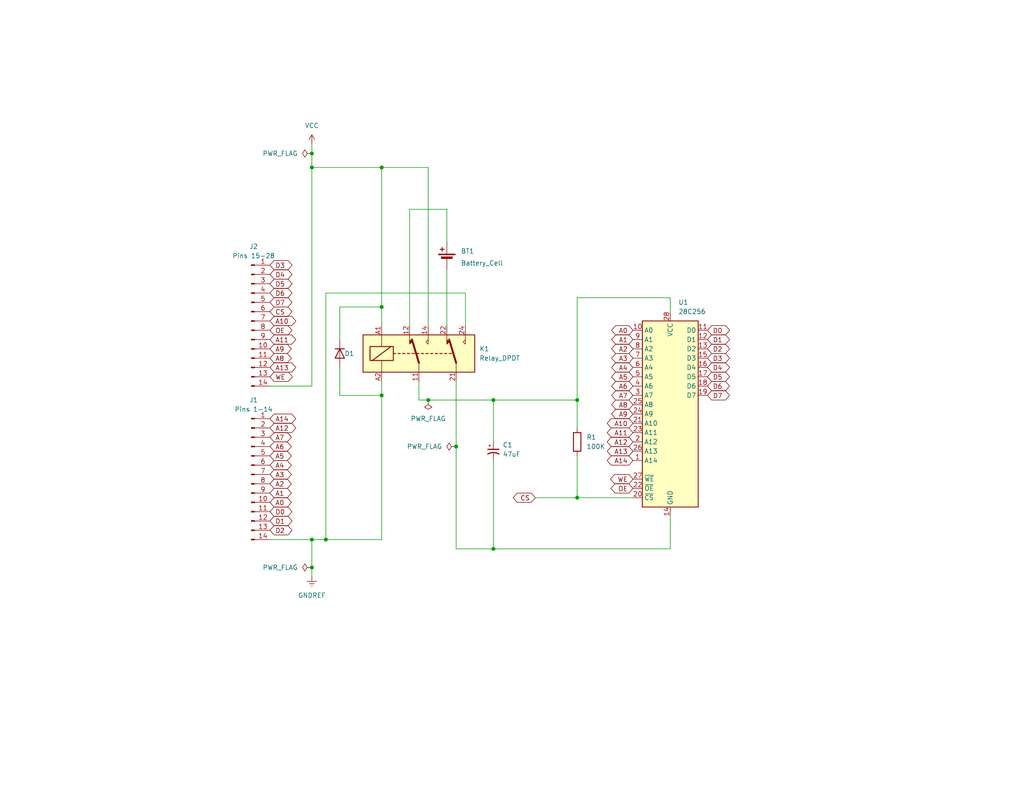
<source format=kicad_sch>
(kicad_sch (version 20230121) (generator eeschema)
  (paper "A")
  (lib_symbols
    (symbol "Connector:Conn_01x14_Pin" (pin_names (offset 1.016) hide)
      (property "Reference" "J" (at 0 17.78 0))
      (property "Value" "Conn_01x14_Pin" (at 0 -20.32 0))
      (symbol "Conn_01x14_Pin_1_1"
        (polyline (pts (xy 1.27 -17.78) (xy 0.8636 -17.78)) (stroke (width 0.1524)))
        (polyline (pts (xy 1.27 -15.24) (xy 0.8636 -15.24)) (stroke (width 0.1524)))
        (polyline (pts (xy 1.27 -12.7) (xy 0.8636 -12.7)) (stroke (width 0.1524)))
        (polyline (pts (xy 1.27 -10.16) (xy 0.8636 -10.16)) (stroke (width 0.1524)))
        (polyline (pts (xy 1.27 -7.62) (xy 0.8636 -7.62)) (stroke (width 0.1524)))
        (polyline (pts (xy 1.27 -5.08) (xy 0.8636 -5.08)) (stroke (width 0.1524)))
        (polyline (pts (xy 1.27 -2.54) (xy 0.8636 -2.54)) (stroke (width 0.1524)))
        (polyline (pts (xy 1.27 0) (xy 0.8636 0)) (stroke (width 0.1524)))
        (polyline (pts (xy 1.27 2.54) (xy 0.8636 2.54)) (stroke (width 0.1524)))
        (polyline (pts (xy 1.27 5.08) (xy 0.8636 5.08)) (stroke (width 0.1524)))
        (polyline (pts (xy 1.27 7.62) (xy 0.8636 7.62)) (stroke (width 0.1524)))
        (polyline (pts (xy 1.27 10.16) (xy 0.8636 10.16)) (stroke (width 0.1524)))
        (polyline (pts (xy 1.27 12.7) (xy 0.8636 12.7)) (stroke (width 0.1524)))
        (polyline (pts (xy 1.27 15.24) (xy 0.8636 15.24)) (stroke (width 0.1524)))
        (rectangle (start 0.8636 -17.653) (end 0 -17.907) (stroke (width 0.1524)) (fill (type outline)))
        (rectangle (start 0.8636 -15.113) (end 0 -15.367) (stroke (width 0.1524)) (fill (type outline)))
        (rectangle (start 0.8636 -12.573) (end 0 -12.827) (stroke (width 0.1524)) (fill (type outline)))
        (rectangle (start 0.8636 -10.033) (end 0 -10.287) (stroke (width 0.1524)) (fill (type outline)))
        (rectangle (start 0.8636 -7.493) (end 0 -7.747) (stroke (width 0.1524)) (fill (type outline)))
        (rectangle (start 0.8636 -4.953) (end 0 -5.207) (stroke (width 0.1524)) (fill (type outline)))
        (rectangle (start 0.8636 -2.413) (end 0 -2.667) (stroke (width 0.1524)) (fill (type outline)))
        (rectangle (start 0.8636 0.127) (end 0 -0.127) (stroke (width 0.1524)) (fill (type outline)))
        (rectangle (start 0.8636 2.667) (end 0 2.413) (stroke (width 0.1524)) (fill (type outline)))
        (rectangle (start 0.8636 5.207) (end 0 4.953) (stroke (width 0.1524)) (fill (type outline)))
        (rectangle (start 0.8636 7.747) (end 0 7.493) (stroke (width 0.1524)) (fill (type outline)))
        (rectangle (start 0.8636 10.287) (end 0 10.033) (stroke (width 0.1524)) (fill (type outline)))
        (rectangle (start 0.8636 12.827) (end 0 12.573) (stroke (width 0.1524)) (fill (type outline)))
        (rectangle (start 0.8636 15.367) (end 0 15.113) (stroke (width 0.1524)) (fill (type outline)))
        (pin passive line (at 5.08 15.24 180) (length 3.81) (name "Pin_1") (number "1"))
        (pin passive line (at 5.08 -7.62 180) (length 3.81) (name "Pin_10") (number "10"))
        (pin passive line (at 5.08 -10.16 180) (length 3.81) (name "Pin_11") (number "11"))
        (pin passive line (at 5.08 -12.7 180) (length 3.81) (name "Pin_12") (number "12"))
        (pin passive line (at 5.08 -15.24 180) (length 3.81) (name "Pin_13") (number "13"))
        (pin passive line (at 5.08 -17.78 180) (length 3.81) (name "Pin_14") (number "14"))
        (pin passive line (at 5.08 12.7 180) (length 3.81) (name "Pin_2") (number "2"))
        (pin passive line (at 5.08 10.16 180) (length 3.81) (name "Pin_3") (number "3"))
        (pin passive line (at 5.08 7.62 180) (length 3.81) (name "Pin_4") (number "4"))
        (pin passive line (at 5.08 5.08 180) (length 3.81) (name "Pin_5") (number "5"))
        (pin passive line (at 5.08 2.54 180) (length 3.81) (name "Pin_6") (number "6"))
        (pin passive line (at 5.08 0 180) (length 3.81) (name "Pin_7") (number "7"))
        (pin passive line (at 5.08 -2.54 180) (length 3.81) (name "Pin_8") (number "8"))
        (pin passive line (at 5.08 -5.08 180) (length 3.81) (name "Pin_9") (number "9"))
      )
    )
    (symbol "Device:Battery_Cell" (pin_numbers hide) (pin_names (offset 0) hide)
      (property "Reference" "BT" (at 2.54 2.54 0))
      (property "Value" "Battery_Cell" (at 2.54 0 0))
      (symbol "Battery_Cell_0_1"
        (rectangle (start -2.286 1.778) (end 2.286 1.524) (fill (type outline)))
        (rectangle (start -1.524 1.016) (end 1.524 0.508) (fill (type outline)))
        (polyline (pts (xy 0 0.762) (xy 0 0)))
        (polyline (pts (xy 0 1.778) (xy 0 2.54)))
        (polyline (pts (xy 0.762 3.048) (xy 1.778 3.048)) (stroke (width 0.254)))
        (polyline (pts (xy 1.27 3.556) (xy 1.27 2.54)) (stroke (width 0.254)))
      )
      (symbol "Battery_Cell_1_1"
        (pin passive line (at 0 5.08 270) (length 2.54) (name "+") (number "1"))
        (pin passive line (at 0 -2.54 90) (length 2.54) (name "-") (number "2"))
      )
    )
    (symbol "Device:C_Polarized_Small_US" (pin_numbers hide) (pin_names (offset 0.254) hide)
      (property "Reference" "C" (at 0.254 1.778 0))
      (property "Value" "C_Polarized_Small_US" (at 0.254 -2.032 0))
      (symbol "C_Polarized_Small_US_0_1"
        (polyline (pts (xy -1.524 0.508) (xy 1.524 0.508)) (stroke (width 0.3048)))
        (polyline (pts (xy -1.27 1.524) (xy -0.762 1.524)))
        (polyline (pts (xy -1.016 1.27) (xy -1.016 1.778)))
        (arc (start 1.524 -0.762) (mid 0 -0.3734) (end -1.524 -0.762) (stroke (width 0.3048)))
      )
      (symbol "C_Polarized_Small_US_1_1"
        (pin passive line (at 0 2.54 270) (length 2.032) (name "~") (number "1"))
        (pin passive line (at 0 -2.54 90) (length 2.032) (name "~") (number "2"))
      )
    )
    (symbol "Device:D" (pin_numbers hide) (pin_names (offset 1.016) hide)
      (property "Reference" "D" (at 0 2.54 0))
      (property "Value" "D" (at 0 -2.54 0))
      (symbol "D_0_1"
        (polyline (pts (xy -1.27 1.27) (xy -1.27 -1.27)) (stroke (width 0.254)))
        (polyline (pts (xy 1.27 0) (xy -1.27 0)))
        (polyline (pts (xy 1.27 1.27) (xy 1.27 -1.27) (xy -1.27 0) (xy 1.27 1.27)) (stroke (width 0.254)))
      )
      (symbol "D_1_1"
        (pin passive line (at -3.81 0 0) (length 2.54) (name "K") (number "1"))
        (pin passive line (at 3.81 0 180) (length 2.54) (name "A") (number "2"))
      )
    )
    (symbol "Device:R" (pin_numbers hide) (pin_names (offset 0))
      (property "Reference" "R" (at 2.032 0 90))
      (property "Value" "R" (at 0 0 90))
      (symbol "R_0_1"
        (rectangle (start -1.016 -2.54) (end 1.016 2.54) (stroke (width 0.254)))
      )
      (symbol "R_1_1"
        (pin passive line (at 0 3.81 270) (length 1.27) (name "~") (number "1"))
        (pin passive line (at 0 -3.81 90) (length 1.27) (name "~") (number "2"))
      )
    )
    (symbol "Memory_EEPROM:28C256"
      (property "Reference" "U" (at -7.62 26.67 0))
      (property "Value" "28C256" (at 2.54 -26.67 0))
      (symbol "28C256_1_1"
        (rectangle (start -7.62 25.4) (end 7.62 -25.4) (stroke (width 0.254)) (fill (type background)))
        (pin input line (at -10.16 -12.7 0) (length 2.54) (name "A14") (number "1"))
        (pin input line (at -10.16 22.86 0) (length 2.54) (name "A0") (number "10"))
        (pin tri_state line (at 10.16 22.86 180) (length 2.54) (name "D0") (number "11"))
        (pin tri_state line (at 10.16 20.32 180) (length 2.54) (name "D1") (number "12"))
        (pin tri_state line (at 10.16 17.78 180) (length 2.54) (name "D2") (number "13"))
        (pin power_in line (at 0 -27.94 90) (length 2.54) (name "GND") (number "14"))
        (pin tri_state line (at 10.16 15.24 180) (length 2.54) (name "D3") (number "15"))
        (pin tri_state line (at 10.16 12.7 180) (length 2.54) (name "D4") (number "16"))
        (pin tri_state line (at 10.16 10.16 180) (length 2.54) (name "D5") (number "17"))
        (pin tri_state line (at 10.16 7.62 180) (length 2.54) (name "D6") (number "18"))
        (pin tri_state line (at 10.16 5.08 180) (length 2.54) (name "D7") (number "19"))
        (pin input line (at -10.16 -7.62 0) (length 2.54) (name "A12") (number "2"))
        (pin input line (at -10.16 -22.86 0) (length 2.54) (name "~{CS}") (number "20"))
        (pin input line (at -10.16 -2.54 0) (length 2.54) (name "A10") (number "21"))
        (pin input line (at -10.16 -20.32 0) (length 2.54) (name "~{OE}") (number "22"))
        (pin input line (at -10.16 -5.08 0) (length 2.54) (name "A11") (number "23"))
        (pin input line (at -10.16 0 0) (length 2.54) (name "A9") (number "24"))
        (pin input line (at -10.16 2.54 0) (length 2.54) (name "A8") (number "25"))
        (pin input line (at -10.16 -10.16 0) (length 2.54) (name "A13") (number "26"))
        (pin input line (at -10.16 -17.78 0) (length 2.54) (name "~{WE}") (number "27"))
        (pin power_in line (at 0 27.94 270) (length 2.54) (name "VCC") (number "28"))
        (pin input line (at -10.16 5.08 0) (length 2.54) (name "A7") (number "3"))
        (pin input line (at -10.16 7.62 0) (length 2.54) (name "A6") (number "4"))
        (pin input line (at -10.16 10.16 0) (length 2.54) (name "A5") (number "5"))
        (pin input line (at -10.16 12.7 0) (length 2.54) (name "A4") (number "6"))
        (pin input line (at -10.16 15.24 0) (length 2.54) (name "A3") (number "7"))
        (pin input line (at -10.16 17.78 0) (length 2.54) (name "A2") (number "8"))
        (pin input line (at -10.16 20.32 0) (length 2.54) (name "A1") (number "9"))
      )
    )
    (symbol "Relay:Relay_DPDT"
      (property "Reference" "K" (at 16.51 3.81 0))
      (property "Value" "Relay_DPDT" (at 16.51 1.27 0))
      (symbol "Relay_DPDT_0_1"
        (rectangle (start -15.24 5.08) (end 15.24 -5.08) (stroke (width 0.254)) (fill (type background)))
        (rectangle (start -13.335 1.905) (end -6.985 -1.905) (stroke (width 0.254)))
        (polyline (pts (xy -12.7 -1.905) (xy -7.62 1.905)) (stroke (width 0.254)))
        (polyline (pts (xy -10.16 -5.08) (xy -10.16 -1.905)))
        (polyline (pts (xy -10.16 5.08) (xy -10.16 1.905)))
        (polyline (pts (xy -6.985 0) (xy -6.35 0)) (stroke (width 0.254)))
        (polyline (pts (xy -5.715 0) (xy -5.08 0)) (stroke (width 0.254)))
        (polyline (pts (xy -4.445 0) (xy -3.81 0)) (stroke (width 0.254)))
        (polyline (pts (xy -3.175 0) (xy -2.54 0)) (stroke (width 0.254)))
        (polyline (pts (xy -1.905 0) (xy -1.27 0)) (stroke (width 0.254)))
        (polyline (pts (xy -0.635 0) (xy 0 0)) (stroke (width 0.254)))
        (polyline (pts (xy 0 -2.54) (xy -1.905 3.81)) (stroke (width 0.508)))
        (polyline (pts (xy 0 -2.54) (xy 0 -5.08)))
        (polyline (pts (xy 0.635 0) (xy 1.27 0)) (stroke (width 0.254)))
        (polyline (pts (xy 1.905 0) (xy 2.54 0)) (stroke (width 0.254)))
        (polyline (pts (xy 3.175 0) (xy 3.81 0)) (stroke (width 0.254)))
        (polyline (pts (xy 4.445 0) (xy 5.08 0)) (stroke (width 0.254)))
        (polyline (pts (xy 5.715 0) (xy 6.35 0)) (stroke (width 0.254)))
        (polyline (pts (xy 6.985 0) (xy 7.62 0)) (stroke (width 0.254)))
        (polyline (pts (xy 8.255 0) (xy 8.89 0)) (stroke (width 0.254)))
        (polyline (pts (xy 10.16 -2.54) (xy 8.255 3.81)) (stroke (width 0.508)))
        (polyline (pts (xy 10.16 -2.54) (xy 10.16 -5.08)))
        (polyline (pts (xy -2.54 5.08) (xy -2.54 2.54) (xy -1.905 3.175) (xy -2.54 3.81)) (fill (type outline)))
        (polyline (pts (xy 2.54 5.08) (xy 2.54 2.54) (xy 1.905 3.175) (xy 2.54 3.81)))
        (polyline (pts (xy 7.62 5.08) (xy 7.62 2.54) (xy 8.255 3.175) (xy 7.62 3.81)) (fill (type outline)))
        (polyline (pts (xy 12.7 5.08) (xy 12.7 2.54) (xy 12.065 3.175) (xy 12.7 3.81)))
      )
      (symbol "Relay_DPDT_1_1"
        (pin passive line (at 0 -7.62 90) (length 2.54) (name "~") (number "11"))
        (pin passive line (at -2.54 7.62 270) (length 2.54) (name "~") (number "12"))
        (pin passive line (at 2.54 7.62 270) (length 2.54) (name "~") (number "14"))
        (pin passive line (at 10.16 -7.62 90) (length 2.54) (name "~") (number "21"))
        (pin passive line (at 7.62 7.62 270) (length 2.54) (name "~") (number "22"))
        (pin passive line (at 12.7 7.62 270) (length 2.54) (name "~") (number "24"))
        (pin passive line (at -10.16 7.62 270) (length 2.54) (name "~") (number "A1"))
        (pin passive line (at -10.16 -7.62 90) (length 2.54) (name "~") (number "A2"))
      )
    )
    (symbol "power:GNDREF" (power) (pin_names (offset 0))
      (property "Value" "GNDREF" (at 0 -3.81 0))
      (symbol "GNDREF_0_1"
        (polyline (pts (xy -0.635 -1.905) (xy 0.635 -1.905)))
        (polyline (pts (xy -0.127 -2.54) (xy 0.127 -2.54)))
        (polyline (pts (xy 0 -1.27) (xy 0 0)))
        (polyline (pts (xy 1.27 -1.27) (xy -1.27 -1.27)))
      )
      (symbol "GNDREF_1_1"
        (pin power_in line (at 0 0 270) (length 0) hide (name "GNDREF") (number "1"))
      )
    )
    (symbol "power:PWR_FLAG" (power) (pin_numbers hide) (pin_names (offset 0) hide)
      (property "Value" "PWR_FLAG" (at 0 3.81 0))
      (symbol "PWR_FLAG_0_0"
        (pin power_out line (at 0 0 90) (length 0) (name "pwr") (number "1"))
      )
      (symbol "PWR_FLAG_0_1"
        (polyline (pts (xy 0 0) (xy 0 1.27) (xy -1.016 1.905) (xy 0 2.54) (xy 1.016 1.905) (xy 0 1.27)))
      )
    )
    (symbol "power:VCC" (power) (pin_names (offset 0))
      (property "Value" "VCC" (at 0 3.81 0))
      (symbol "VCC_0_1"
        (polyline (pts (xy -0.762 1.27) (xy 0 2.54)))
        (polyline (pts (xy 0 0) (xy 0 2.54)))
        (polyline (pts (xy 0 2.54) (xy 0.762 1.27)))
      )
      (symbol "VCC_1_1"
        (pin power_in line (at 0 0 90) (length 0) hide (name "VCC") (number "1"))
      )
    )
  )
  (junction (at 104.14 107.95))
  (junction (at 104.14 83.82))
  (junction (at 157.48 135.89))
  (junction (at 134.62 149.86))
  (junction (at 134.62 109.22))
  (junction (at 85.09 45.72))
  (junction (at 85.09 41.91))
  (junction (at 88.9 147.32))
  (junction (at 157.48 109.22))
  (junction (at 85.09 154.94))
  (junction (at 85.09 147.32))
  (junction (at 104.14 45.72))
  (junction (at 124.46 121.92))
  (junction (at 116.84 109.22))
  (wire (pts (xy 116.84 109.22) (xy 134.62 109.22)))
  (wire (pts (xy 121.92 57.15) (xy 121.92 66.04)))
  (wire (pts (xy 73.66 147.32) (xy 85.09 147.32)))
  (wire (pts (xy 114.3 104.14) (xy 114.3 109.22)))
  (wire (pts (xy 157.48 81.28) (xy 182.88 81.28)))
  (wire (pts (xy 114.3 109.22) (xy 116.84 109.22)))
  (wire (pts (xy 85.09 45.72) (xy 85.09 105.41)))
  (wire (pts (xy 157.48 124.46) (xy 157.48 135.89)))
  (wire (pts (xy 85.09 39.37) (xy 85.09 41.91)))
  (wire (pts (xy 127 88.9) (xy 127 80.01)))
  (wire (pts (xy 134.62 109.22) (xy 134.62 120.65)))
  (wire (pts (xy 104.14 147.32) (xy 88.9 147.32)))
  (wire (pts (xy 134.62 149.86) (xy 182.88 149.86)))
  (wire (pts (xy 104.14 83.82) (xy 104.14 45.72)))
  (wire (pts (xy 92.71 100.33) (xy 92.71 107.95)))
  (wire (pts (xy 92.71 83.82) (xy 104.14 83.82)))
  (wire (pts (xy 104.14 104.14) (xy 104.14 107.95)))
  (wire (pts (xy 104.14 45.72) (xy 116.84 45.72)))
  (wire (pts (xy 157.48 135.89) (xy 172.72 135.89)))
  (wire (pts (xy 121.92 57.15) (xy 111.76 57.15)))
  (wire (pts (xy 157.48 109.22) (xy 157.48 81.28)))
  (wire (pts (xy 88.9 80.01) (xy 88.9 147.32)))
  (wire (pts (xy 134.62 109.22) (xy 157.48 109.22)))
  (wire (pts (xy 85.09 154.94) (xy 85.09 157.48)))
  (wire (pts (xy 111.76 57.15) (xy 111.76 88.9)))
  (wire (pts (xy 182.88 81.28) (xy 182.88 85.09)))
  (wire (pts (xy 104.14 88.9) (xy 104.14 83.82)))
  (wire (pts (xy 104.14 107.95) (xy 104.14 147.32)))
  (wire (pts (xy 124.46 121.92) (xy 124.46 149.86)))
  (wire (pts (xy 85.09 41.91) (xy 85.09 45.72)))
  (wire (pts (xy 182.88 149.86) (xy 182.88 140.97)))
  (wire (pts (xy 116.84 88.9) (xy 116.84 45.72)))
  (wire (pts (xy 121.92 73.66) (xy 121.92 88.9)))
  (wire (pts (xy 85.09 147.32) (xy 85.09 154.94)))
  (wire (pts (xy 92.71 92.71) (xy 92.71 83.82)))
  (wire (pts (xy 92.71 107.95) (xy 104.14 107.95)))
  (wire (pts (xy 88.9 80.01) (xy 127 80.01)))
  (wire (pts (xy 157.48 116.84) (xy 157.48 109.22)))
  (wire (pts (xy 85.09 45.72) (xy 104.14 45.72)))
  (wire (pts (xy 85.09 105.41) (xy 73.66 105.41)))
  (wire (pts (xy 146.05 135.89) (xy 157.48 135.89)))
  (wire (pts (xy 124.46 149.86) (xy 134.62 149.86)))
  (wire (pts (xy 124.46 104.14) (xy 124.46 121.92)))
  (wire (pts (xy 134.62 125.73) (xy 134.62 149.86)))
  (wire (pts (xy 88.9 147.32) (xy 85.09 147.32)))
  (global_label "A3" (shape bidirectional) (at 172.72 97.79 180) (property "Intersheetrefs" "${INTERSHEET_REFS}" (effects hide)))
  (global_label "A11" (shape bidirectional) (at 172.72 118.11 180) (property "Intersheetrefs" "${INTERSHEET_REFS}" (effects hide)))
  (global_label "A14" (shape bidirectional) (at 172.72 125.73 180) (property "Intersheetrefs" "${INTERSHEET_REFS}" (effects hide)))
  (global_label "A4" (shape bidirectional) (at 73.66 127 0) (property "Intersheetrefs" "${INTERSHEET_REFS}" (effects hide)))
  (global_label "CS" (shape bidirectional) (at 146.05 135.89 180) (property "Intersheetrefs" "${INTERSHEET_REFS}" (effects hide)))
  (global_label "A10" (shape bidirectional) (at 73.66 87.63 0) (property "Intersheetrefs" "${INTERSHEET_REFS}" (effects hide)))
  (global_label "D5" (shape bidirectional) (at 73.66 77.47 0) (property "Intersheetrefs" "${INTERSHEET_REFS}" (effects hide)))
  (global_label "A2" (shape bidirectional) (at 73.66 132.08 0) (property "Intersheetrefs" "${INTERSHEET_REFS}" (effects hide)))
  (global_label "A7" (shape bidirectional) (at 172.72 107.95 180) (property "Intersheetrefs" "${INTERSHEET_REFS}" (effects hide)))
  (global_label "A7" (shape bidirectional) (at 73.66 119.38 0) (property "Intersheetrefs" "${INTERSHEET_REFS}" (effects hide)))
  (global_label "A5" (shape bidirectional) (at 73.66 124.46 0) (property "Intersheetrefs" "${INTERSHEET_REFS}" (effects hide)))
  (global_label "A9" (shape bidirectional) (at 172.72 113.03 180) (property "Intersheetrefs" "${INTERSHEET_REFS}" (effects hide)))
  (global_label "D7" (shape bidirectional) (at 73.66 82.55 0) (property "Intersheetrefs" "${INTERSHEET_REFS}" (effects hide)))
  (global_label "D0" (shape bidirectional) (at 73.66 139.7 0) (property "Intersheetrefs" "${INTERSHEET_REFS}" (effects hide)))
  (global_label "A6" (shape bidirectional) (at 73.66 121.92 0) (property "Intersheetrefs" "${INTERSHEET_REFS}" (effects hide)))
  (global_label "D1" (shape bidirectional) (at 193.04 92.71 0) (property "Intersheetrefs" "${INTERSHEET_REFS}" (effects hide)))
  (global_label "D0" (shape bidirectional) (at 193.04 90.17 0) (property "Intersheetrefs" "${INTERSHEET_REFS}" (effects hide)))
  (global_label "D2" (shape bidirectional) (at 193.04 95.25 0) (property "Intersheetrefs" "${INTERSHEET_REFS}" (effects hide)))
  (global_label "A12" (shape bidirectional) (at 73.66 116.84 0) (property "Intersheetrefs" "${INTERSHEET_REFS}" (effects hide)))
  (global_label "D4" (shape bidirectional) (at 73.66 74.93 0) (property "Intersheetrefs" "${INTERSHEET_REFS}" (effects hide)))
  (global_label "A1" (shape bidirectional) (at 172.72 92.71 180) (property "Intersheetrefs" "${INTERSHEET_REFS}" (effects hide)))
  (global_label "A3" (shape bidirectional) (at 73.66 129.54 0) (property "Intersheetrefs" "${INTERSHEET_REFS}" (effects hide)))
  (global_label "WE" (shape bidirectional) (at 172.72 130.81 180) (property "Intersheetrefs" "${INTERSHEET_REFS}" (effects hide)))
  (global_label "CS" (shape bidirectional) (at 73.66 85.09 0) (property "Intersheetrefs" "${INTERSHEET_REFS}" (effects hide)))
  (global_label "A12" (shape bidirectional) (at 172.72 120.65 180) (property "Intersheetrefs" "${INTERSHEET_REFS}" (effects hide)))
  (global_label "A6" (shape bidirectional) (at 172.72 105.41 180) (property "Intersheetrefs" "${INTERSHEET_REFS}" (effects hide)))
  (global_label "OE" (shape bidirectional) (at 172.72 133.35 180) (property "Intersheetrefs" "${INTERSHEET_REFS}" (effects hide)))
  (global_label "A0" (shape bidirectional) (at 73.66 137.16 0) (property "Intersheetrefs" "${INTERSHEET_REFS}" (effects hide)))
  (global_label "A0" (shape bidirectional) (at 172.72 90.17 180) (property "Intersheetrefs" "${INTERSHEET_REFS}" (effects hide)))
  (global_label "D3" (shape bidirectional) (at 73.66 72.39 0) (property "Intersheetrefs" "${INTERSHEET_REFS}" (effects hide)))
  (global_label "WE" (shape bidirectional) (at 73.66 102.87 0) (property "Intersheetrefs" "${INTERSHEET_REFS}" (effects hide)))
  (global_label "A11" (shape bidirectional) (at 73.66 92.71 0) (property "Intersheetrefs" "${INTERSHEET_REFS}" (effects hide)))
  (global_label "A2" (shape bidirectional) (at 172.72 95.25 180) (property "Intersheetrefs" "${INTERSHEET_REFS}" (effects hide)))
  (global_label "A10" (shape bidirectional) (at 172.72 115.57 180) (property "Intersheetrefs" "${INTERSHEET_REFS}" (effects hide)))
  (global_label "A5" (shape bidirectional) (at 172.72 102.87 180) (property "Intersheetrefs" "${INTERSHEET_REFS}" (effects hide)))
  (global_label "D3" (shape bidirectional) (at 193.04 97.79 0) (property "Intersheetrefs" "${INTERSHEET_REFS}" (effects hide)))
  (global_label "D1" (shape bidirectional) (at 73.66 142.24 0) (property "Intersheetrefs" "${INTERSHEET_REFS}" (effects hide)))
  (global_label "A8" (shape bidirectional) (at 73.66 97.79 0) (property "Intersheetrefs" "${INTERSHEET_REFS}" (effects hide)))
  (global_label "A1" (shape bidirectional) (at 73.66 134.62 0) (property "Intersheetrefs" "${INTERSHEET_REFS}" (effects hide)))
  (global_label "D4" (shape bidirectional) (at 193.04 100.33 0) (property "Intersheetrefs" "${INTERSHEET_REFS}" (effects hide)))
  (global_label "D6" (shape bidirectional) (at 193.04 105.41 0) (property "Intersheetrefs" "${INTERSHEET_REFS}" (effects hide)))
  (global_label "D6" (shape bidirectional) (at 73.66 80.01 0) (property "Intersheetrefs" "${INTERSHEET_REFS}" (effects hide)))
  (global_label "A13" (shape bidirectional) (at 73.66 100.33 0) (property "Intersheetrefs" "${INTERSHEET_REFS}" (effects hide)))
  (global_label "A13" (shape bidirectional) (at 172.72 123.19 180) (property "Intersheetrefs" "${INTERSHEET_REFS}" (effects hide)))
  (global_label "OE" (shape bidirectional) (at 73.66 90.17 0) (property "Intersheetrefs" "${INTERSHEET_REFS}" (effects hide)))
  (global_label "A9" (shape bidirectional) (at 73.66 95.25 0) (property "Intersheetrefs" "${INTERSHEET_REFS}" (effects hide)))
  (global_label "A14" (shape bidirectional) (at 73.66 114.3 0) (property "Intersheetrefs" "${INTERSHEET_REFS}" (effects hide)))
  (global_label "A8" (shape bidirectional) (at 172.72 110.49 180) (property "Intersheetrefs" "${INTERSHEET_REFS}" (effects hide)))
  (global_label "D7" (shape bidirectional) (at 193.04 107.95 0) (property "Intersheetrefs" "${INTERSHEET_REFS}" (effects hide)))
  (global_label "D5" (shape bidirectional) (at 193.04 102.87 0) (property "Intersheetrefs" "${INTERSHEET_REFS}" (effects hide)))
  (global_label "D2" (shape bidirectional) (at 73.66 144.78 0) (property "Intersheetrefs" "${INTERSHEET_REFS}" (effects hide)))
  (global_label "A4" (shape bidirectional) (at 172.72 100.33 180) (property "Intersheetrefs" "${INTERSHEET_REFS}" (effects hide)))
  (symbol (lib_id "Connector:Conn_01x14_Pin") (at 68.58 87.63 0) (unit 1)
    (property "Reference" "J2" (at 69.215 67.31 0))
    (property "Value" "Pins 15-28" (at 69.215 69.85 0))
  )
  (symbol (lib_id "power:PWR_FLAG") (at 116.84 109.22 180) (unit 1)
    (property "Reference" "#FLG03" (effects hide))
    (property "Value" "PWR_FLAG" (at 116.84 114.3 0))
  )
  (symbol (lib_id "power:PWR_FLAG") (at 85.09 154.94 90) (unit 1)
    (property "Reference" "#FLG02" (effects hide))
    (property "Value" "PWR_FLAG" (at 81.28 154.94 90) (effects (justify left)))
  )
  (symbol (lib_id "Device:R") (at 157.48 120.65 0) (unit 1)
    (property "Reference" "R1" (at 160.02 119.38 0) (effects (justify left)))
    (property "Value" "100K" (at 160.02 121.92 0) (effects (justify left)))
  )
  (symbol (lib_id "Device:Battery_Cell") (at 121.92 71.12 0) (mirror y) (unit 1)
    (property "Reference" "BT1" (at 125.73 68.58 0) (effects (justify right)))
    (property "Value" "Battery_Cell" (at 125.73 71.12 0) (effects (justify right top)))
  )
  (symbol (lib_id "Device:C_Polarized_Small_US") (at 134.62 123.19 0) (unit 1)
    (property "Reference" "C1" (at 137.16 121.4882 0) (effects (justify left)))
    (property "Value" "47uF" (at 137.16 124.0282 0) (effects (justify left)))
  )
  (symbol (lib_id "power:VCC") (at 85.09 39.37 0) (unit 1)
    (property "Reference" "#PWR01" (effects hide))
    (property "Value" "VCC" (at 85.09 34.29 0))
  )
  (symbol (lib_id "power:PWR_FLAG") (at 85.09 41.91 90) (unit 1)
    (property "Reference" "#FLG01" (effects hide))
    (property "Value" "PWR_FLAG" (at 81.28 41.91 90) (effects (justify left)))
  )
  (symbol (lib_id "power:GNDREF") (at 85.09 157.48 0) (unit 1)
    (property "Reference" "#PWR02" (effects hide))
    (property "Value" "GNDREF" (at 85.09 162.56 0))
  )
  (symbol (lib_id "Connector:Conn_01x14_Pin") (at 68.58 129.54 0) (unit 1)
    (property "Reference" "J1" (at 69.215 109.22 0))
    (property "Value" "Pins 1-14" (at 69.215 111.76 0))
  )
  (symbol (lib_id "Relay:Relay_DPDT") (at 114.3 96.52 0) (unit 1)
    (property "Reference" "K1" (at 130.81 95.25 0) (effects (justify left)))
    (property "Value" "Relay_DPDT" (at 130.81 97.79 0) (effects (justify left)))
  )
  (symbol (lib_id "Device:D") (at 92.71 96.52 270) (unit 1)
    (property "Reference" "D1" (at 93.98 96.52 90) (effects (justify left)))
    (property "Value" "D" (effects hide))
    (property "Sim.Device" "D" (effects hide))
    (property "Sim.Pins" "1=K 2=A" (effects hide))
  )
  (symbol (lib_id "power:PWR_FLAG") (at 124.46 121.92 90) (unit 1)
    (property "Reference" "#FLG04" (effects hide))
    (property "Value" "PWR_FLAG" (at 120.65 121.92 90) (effects (justify left)))
  )
  (symbol (lib_id "Memory_EEPROM:28C256") (at 182.88 113.03 0) (unit 1)
    (property "Reference" "U1" (at 185.0741 82.55 0) (effects (justify left)))
    (property "Value" "28C256" (at 185.0741 85.09 0) (effects (justify left)))
    (property "Datasheet" "http://ww1.microchip.com/downloads/en/DeviceDoc/doc0006.pdf" (effects hide))
  )
)
</source>
